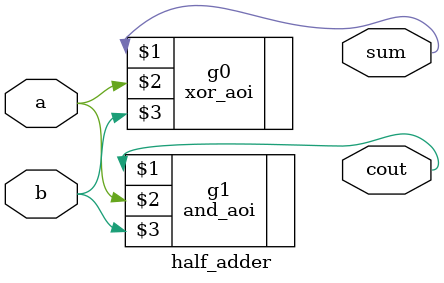
<source format=v>
module half_adder (
    output sum, cout,
    input a, b
);

    xor_aoi g0 (sum, a, b);
    and_aoi g1 (cout, a, b);
    
endmodule
</source>
